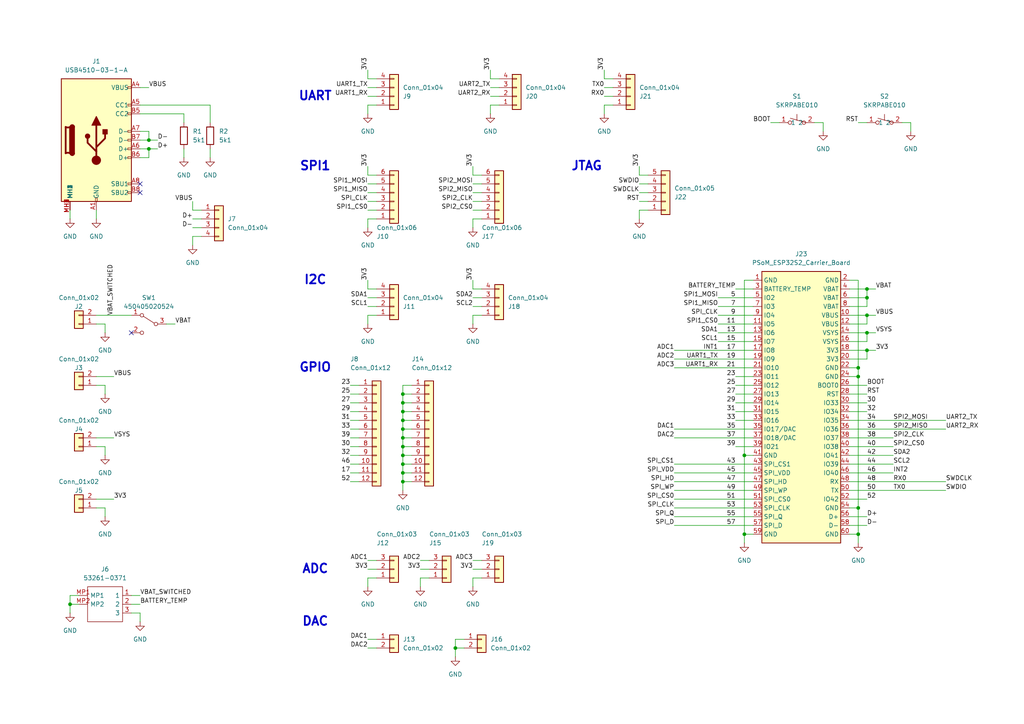
<source format=kicad_sch>
(kicad_sch (version 20250114) (generator "eeschema") (generator_version "9.0")
  (paper "A4")
  (lib_symbols
    (symbol "Component_lib:450405020524" (pin_names (offset 0) (hide yes))
      (property "Reference" "SW" (at 2.54 10.16 0))
      (property "Value" "450405020524" (at 2.54 7.62 0))
      (symbol "450405020524_1_1"
        (pin passive line (at 0 0 0) (length 2.54) (name "B") (number "3"))
        (pin passive line (at 10.16 2.54 180) (length 2.54) (name "A") (number "1"))
        (pin passive line (at 10.16 -2.54 180) (length 2.54) (name "C") (number "2"))
      )
    )
    (symbol "Component_lib:53261-0371" (pin_names (offset 0.762))
      (property "Reference" "J" (at 2.54 7.62 0))
      (property "Value" "53261-0371" (at 2.54 5.08 0))
      (symbol "53261-0371_0_0"
        (pin passive line (at 0 0 0) (length 2.54) (name "MP1") (number "MP1"))
        (pin passive line (at 0 -2.54 0) (length 2.54) (name "MP2") (number "MP2"))
        (pin passive line (at 15.24 0 180) (length 2.54) (name "1") (number "1"))
        (pin passive line (at 15.24 -2.54 180) (length 2.54) (name "2") (number "2"))
        (pin passive line (at 15.24 -5.08 180) (length 2.54) (name "3") (number "3"))
      )
    )
    (symbol "Component_lib:PSoM_ESP32S2_Carrier_Board"
      (property "Reference" "J" (at 2.54 7.62 0))
      (property "Value" "PSoM_ESP32S2_Carrier_Board" (at 2.54 5.08 0))
      (symbol "PSoM_ESP32S2_Carrier_Board_1_1"
        (pin passive line (at 0 0 0) (length 2.54) (name "GND") (number "1"))
        (pin passive line (at 0 -2.54 0) (length 2.54) (name "BATTERY_TEMP") (number "3"))
        (pin passive line (at 0 -5.08 0) (length 2.54) (name "IO2") (number "5"))
        (pin passive line (at 0 -7.62 0) (length 2.54) (name "IO3") (number "7"))
        (pin passive line (at 0 -10.16 0) (length 2.54) (name "IO4") (number "9"))
        (pin passive line (at 0 -12.7 0) (length 2.54) (name "IO5") (number "11"))
        (pin passive line (at 0 -15.24 0) (length 2.54) (name "IO6") (number "13"))
        (pin passive line (at 0 -17.78 0) (length 2.54) (name "IO7") (number "15"))
        (pin passive line (at 0 -20.32 0) (length 2.54) (name "IO8") (number "17"))
        (pin passive line (at 0 -22.86 0) (length 2.54) (name "IO9") (number "19"))
        (pin passive line (at 0 -25.4 0) (length 2.54) (name "IO10") (number "21"))
        (pin passive line (at 0 -27.94 0) (length 2.54) (name "IO11") (number "23"))
        (pin passive line (at 0 -30.48 0) (length 2.54) (name "IO12") (number "25"))
        (pin passive line (at 0 -33.02 0) (length 2.54) (name "IO13") (number "27"))
        (pin passive line (at 0 -35.56 0) (length 2.54) (name "IO14") (number "29"))
        (pin passive line (at 0 -38.1 0) (length 2.54) (name "IO15") (number "31"))
        (pin passive line (at 0 -40.64 0) (length 2.54) (name "IO16") (number "33"))
        (pin passive line (at 0 -43.18 0) (length 2.54) (name "IO17/DAC") (number "35"))
        (pin passive line (at 0 -45.72 0) (length 2.54) (name "IO18/DAC") (number "37"))
        (pin passive line (at 0 -48.26 0) (length 2.54) (name "IO21") (number "39"))
        (pin passive line (at 0 -50.8 0) (length 2.54) (name "GND") (number "41"))
        (pin passive line (at 0 -53.34 0) (length 2.54) (name "SPI_CS1") (number "43"))
        (pin passive line (at 0 -55.88 0) (length 2.54) (name "SPI_VDD") (number "45"))
        (pin passive line (at 0 -58.42 0) (length 2.54) (name "SPI_HD") (number "47"))
        (pin passive line (at 0 -60.96 0) (length 2.54) (name "SPI_WP") (number "49"))
        (pin passive line (at 0 -63.5 0) (length 2.54) (name "SPI_CS0") (number "51"))
        (pin passive line (at 0 -66.04 0) (length 2.54) (name "SPI_CLK") (number "53"))
        (pin passive line (at 0 -68.58 0) (length 2.54) (name "SPI_Q") (number "55"))
        (pin passive line (at 0 -71.12 0) (length 2.54) (name "SPI_D") (number "57"))
        (pin passive line (at 0 -73.66 0) (length 2.54) (name "GND") (number "59"))
        (pin passive line (at 27.94 0 180) (length 2.54) (name "GND") (number "2"))
        (pin passive line (at 27.94 -2.54 180) (length 2.54) (name "VBAT") (number "4"))
        (pin passive line (at 27.94 -5.08 180) (length 2.54) (name "VBAT") (number "6"))
        (pin passive line (at 27.94 -7.62 180) (length 2.54) (name "VBAT") (number "8"))
        (pin passive line (at 27.94 -10.16 180) (length 2.54) (name "VBUS") (number "10"))
        (pin passive line (at 27.94 -12.7 180) (length 2.54) (name "VBUS") (number "12"))
        (pin passive line (at 27.94 -15.24 180) (length 2.54) (name "VSYS") (number "14"))
        (pin passive line (at 27.94 -17.78 180) (length 2.54) (name "VSYS") (number "16"))
        (pin passive line (at 27.94 -20.32 180) (length 2.54) (name "3V3") (number "18"))
        (pin passive line (at 27.94 -22.86 180) (length 2.54) (name "3V3") (number "20"))
        (pin passive line (at 27.94 -25.4 180) (length 2.54) (name "GND") (number "22"))
        (pin passive line (at 27.94 -27.94 180) (length 2.54) (name "GND") (number "24"))
        (pin passive line (at 27.94 -30.48 180) (length 2.54) (name "BOOT0") (number "26"))
        (pin passive line (at 27.94 -33.02 180) (length 2.54) (name "RST") (number "28"))
        (pin passive line (at 27.94 -35.56 180) (length 2.54) (name "IO33") (number "30"))
        (pin passive line (at 27.94 -38.1 180) (length 2.54) (name "IO34") (number "32"))
        (pin passive line (at 27.94 -40.64 180) (length 2.54) (name "IO35") (number "34"))
        (pin passive line (at 27.94 -43.18 180) (length 2.54) (name "IO36") (number "36"))
        (pin passive line (at 27.94 -45.72 180) (length 2.54) (name "IO37") (number "38"))
        (pin passive line (at 27.94 -48.26 180) (length 2.54) (name "IO38") (number "40"))
        (pin passive line (at 27.94 -50.8 180) (length 2.54) (name "IO41") (number "42"))
        (pin passive line (at 27.94 -53.34 180) (length 2.54) (name "IO39") (number "44"))
        (pin passive line (at 27.94 -55.88 180) (length 2.54) (name "IO40") (number "46"))
        (pin passive line (at 27.94 -58.42 180) (length 2.54) (name "RX") (number "48"))
        (pin passive line (at 27.94 -60.96 180) (length 2.54) (name "TX") (number "50"))
        (pin passive line (at 27.94 -63.5 180) (length 2.54) (name "IO42") (number "52"))
        (pin passive line (at 27.94 -66.04 180) (length 2.54) (name "GND") (number "54"))
        (pin passive line (at 27.94 -68.58 180) (length 2.54) (name "D+") (number "56"))
        (pin passive line (at 27.94 -71.12 180) (length 2.54) (name "D-") (number "58"))
        (pin passive line (at 27.94 -73.66 180) (length 2.54) (name "GND") (number "60"))
      )
    )
    (symbol "Component_lib:R" (pin_numbers (hide yes)) (pin_names (offset 0))
      (property "Reference" "R" (at 2.032 -3.81 90))
      (property "Value" "R" (at 0 -3.81 90))
      (symbol "R_1_1"
        (pin passive line (at 0 0 270) (length 1.27) (name "~") (number "1"))
        (pin passive line (at 0 -7.62 90) (length 1.27) (name "~") (number "2"))
      )
    )
    (symbol "Component_lib:SKRPABE010" (pin_names (offset 0.762))
      (property "Reference" "S" (at 0 7.62 0))
      (property "Value" "SKRPABE010" (at 0 5.08 0))
      (symbol "SKRPABE010_0_1"
        (pin passive line (at 0 0 0) (length 2.54) (name "1") (number "1"))
        (pin passive line (at 10.16 0 180) (length 2.54) (name "2") (number "2"))
      )
    )
    (symbol "Component_lib:USB4510-03-1-A" (pin_names (offset 0.762))
      (property "Reference" "J" (at 0 5.08 0))
      (property "Value" "USB4510-03-1-A" (at 0 2.54 0))
      (symbol "USB4510-03-1-A_0_0"
        (pin passive line (at 2.54 -38.1 90) (length 2.54) (name "MH1") (number "MH1"))
        (pin passive line (at 2.54 -38.1 90) (length 2.54) (name "MH2") (number "MH2"))
        (pin passive line (at 2.54 -38.1 90) (length 2.54) (name "MH3") (number "MH3"))
        (pin passive line (at 2.54 -38.1 90) (length 2.54) (name "MH4") (number "MH4"))
      )
      (symbol "USB4510-03-1-A_1_1"
        (pin passive line (at 10.16 -38.1 90) (length 2.54) (name "GND") (number "A1"))
        (pin passive line (at 10.16 -38.1 90) (length 2.54) (hide yes) (name "GND") (number "A12"))
        (pin passive line (at 10.16 -38.1 90) (length 2.54) (hide yes) (name "GND") (number "B1"))
        (pin passive line (at 10.16 -38.1 90) (length 2.54) (hide yes) (name "GND") (number "B12"))
        (pin passive line (at 22.86 -2.54 180) (length 2.54) (name "VBUS") (number "A4"))
        (pin passive line (at 22.86 -2.54 180) (length 2.54) (hide yes) (name "VBUS") (number "A9"))
        (pin passive line (at 22.86 -2.54 180) (length 2.54) (hide yes) (name "VBUS") (number "B4"))
        (pin passive line (at 22.86 -2.54 180) (length 2.54) (hide yes) (name "VBUS") (number "B9"))
        (pin bidirectional line (at 22.86 -7.62 180) (length 2.54) (name "CC1") (number "A5"))
        (pin bidirectional line (at 22.86 -10.16 180) (length 2.54) (name "CC2") (number "B5"))
        (pin bidirectional line (at 22.86 -15.24 180) (length 2.54) (name "D-") (number "A7"))
        (pin bidirectional line (at 22.86 -17.78 180) (length 2.54) (name "D-") (number "B7"))
        (pin bidirectional line (at 22.86 -20.32 180) (length 2.54) (name "D+") (number "A6"))
        (pin bidirectional line (at 22.86 -22.86 180) (length 2.54) (name "D+") (number "B6"))
        (pin bidirectional line (at 22.86 -30.48 180) (length 2.54) (name "SBU1") (number "A8"))
        (pin bidirectional line (at 22.86 -33.02 180) (length 2.54) (name "SBU2") (number "B8"))
      )
    )
    (symbol "Connector_Generic:Conn_01x02" (pin_names (offset 1.016) (hide yes))
      (property "Reference" "J" (at 0 2.54 0))
      (property "Value" "Conn_01x02" (at 0 -5.08 0))
      (symbol "Conn_01x02_1_1"
        (pin passive line (at -5.08 0 0) (length 3.81) (name "Pin_1") (number "1"))
        (pin passive line (at -5.08 -2.54 0) (length 3.81) (name "Pin_2") (number "2"))
      )
    )
    (symbol "Connector_Generic:Conn_01x03" (pin_names (offset 1.016) (hide yes))
      (property "Reference" "J" (at 0 5.08 0))
      (property "Value" "Conn_01x03" (at 0 -5.08 0))
      (symbol "Conn_01x03_1_1"
        (pin passive line (at -5.08 2.54 0) (length 3.81) (name "Pin_1") (number "1"))
        (pin passive line (at -5.08 0 0) (length 3.81) (name "Pin_2") (number "2"))
        (pin passive line (at -5.08 -2.54 0) (length 3.81) (name "Pin_3") (number "3"))
      )
    )
    (symbol "Connector_Generic:Conn_01x04" (pin_names (offset 1.016) (hide yes))
      (property "Reference" "J" (at 0 5.08 0))
      (property "Value" "Conn_01x04" (at 0 -7.62 0))
      (symbol "Conn_01x04_1_1"
        (pin passive line (at -5.08 2.54 0) (length 3.81) (name "Pin_1") (number "1"))
        (pin passive line (at -5.08 0 0) (length 3.81) (name "Pin_2") (number "2"))
        (pin passive line (at -5.08 -2.54 0) (length 3.81) (name "Pin_3") (number "3"))
        (pin passive line (at -5.08 -5.08 0) (length 3.81) (name "Pin_4") (number "4"))
      )
    )
    (symbol "Connector_Generic:Conn_01x05" (pin_names (offset 1.016) (hide yes))
      (property "Reference" "J" (at 0 7.62 0))
      (property "Value" "Conn_01x05" (at 0 -7.62 0))
      (symbol "Conn_01x05_1_1"
        (pin passive line (at -5.08 5.08 0) (length 3.81) (name "Pin_1") (number "1"))
        (pin passive line (at -5.08 2.54 0) (length 3.81) (name "Pin_2") (number "2"))
        (pin passive line (at -5.08 0 0) (length 3.81) (name "Pin_3") (number "3"))
        (pin passive line (at -5.08 -2.54 0) (length 3.81) (name "Pin_4") (number "4"))
        (pin passive line (at -5.08 -5.08 0) (length 3.81) (name "Pin_5") (number "5"))
      )
    )
    (symbol "Connector_Generic:Conn_01x06" (pin_names (offset 1.016) (hide yes))
      (property "Reference" "J" (at 0 7.62 0))
      (property "Value" "Conn_01x06" (at 0 -10.16 0))
      (symbol "Conn_01x06_1_1"
        (pin passive line (at -5.08 5.08 0) (length 3.81) (name "Pin_1") (number "1"))
        (pin passive line (at -5.08 2.54 0) (length 3.81) (name "Pin_2") (number "2"))
        (pin passive line (at -5.08 0 0) (length 3.81) (name "Pin_3") (number "3"))
        (pin passive line (at -5.08 -2.54 0) (length 3.81) (name "Pin_4") (number "4"))
        (pin passive line (at -5.08 -5.08 0) (length 3.81) (name "Pin_5") (number "5"))
        (pin passive line (at -5.08 -7.62 0) (length 3.81) (name "Pin_6") (number "6"))
      )
    )
    (symbol "Connector_Generic:Conn_01x12" (pin_names (offset 1.016) (hide yes))
      (property "Reference" "J" (at 0 15.24 0))
      (property "Value" "Conn_01x12" (at 0 -17.78 0))
      (symbol "Conn_01x12_1_1"
        (pin passive line (at -5.08 12.7 0) (length 3.81) (name "Pin_1") (number "1"))
        (pin passive line (at -5.08 10.16 0) (length 3.81) (name "Pin_2") (number "2"))
        (pin passive line (at -5.08 7.62 0) (length 3.81) (name "Pin_3") (number "3"))
        (pin passive line (at -5.08 5.08 0) (length 3.81) (name "Pin_4") (number "4"))
        (pin passive line (at -5.08 2.54 0) (length 3.81) (name "Pin_5") (number "5"))
        (pin passive line (at -5.08 0 0) (length 3.81) (name "Pin_6") (number "6"))
        (pin passive line (at -5.08 -2.54 0) (length 3.81) (name "Pin_7") (number "7"))
        (pin passive line (at -5.08 -5.08 0) (length 3.81) (name "Pin_8") (number "8"))
        (pin passive line (at -5.08 -7.62 0) (length 3.81) (name "Pin_9") (number "9"))
        (pin passive line (at -5.08 -10.16 0) (length 3.81) (name "Pin_10") (number "10"))
        (pin passive line (at -5.08 -12.7 0) (length 3.81) (name "Pin_11") (number "11"))
        (pin passive line (at -5.08 -15.24 0) (length 3.81) (name "Pin_12") (number "12"))
      )
    )
    (symbol "power:GND" (power) (pin_numbers (hide yes)) (pin_names (offset 0) (hide yes))
      (property "Value" "GND" (at 0 -3.81 0))
      (symbol "GND_1_1"
        (pin power_in line (at 0 0 270) (length 0) (name "~") (number "1"))
      )
    )
  )
  (text "ADC" (at 91.44 165.1 0) (effects (font (size 2.54 2.54) (thickness 0.508) (bold yes))))
  (text "DAC" (at 91.44 180.34 0) (effects (font (size 2.54 2.54) (thickness 0.508) (bold yes))))
  (text "I2C" (at 91.44 81.28 0) (effects (font (size 2.54 2.54) (thickness 0.508) (bold yes))))
  (text "JTAG" (at 170.18 48.26 0) (effects (font (size 2.54 2.54) (thickness 0.508) (bold yes))))
  (text "SPI1" (at 91.44 48.26 0) (effects (font (size 2.54 2.54) (thickness 0.508) (bold yes))))
  (text "GPIO" (at 91.44 106.68 0) (effects (font (size 2.54 2.54) (thickness 0.508) (bold yes))))
  (text "UART" (at 91.44 27.94 0) (effects (font (size 2.54 2.54) (thickness 0.508) (bold yes))))
  (junction (at 116.84 137.16))
  (junction (at 215.9 132.08))
  (junction (at 251.46 96.52))
  (junction (at 251.46 91.44))
  (junction (at 116.84 127))
  (junction (at 248.92 109.22))
  (junction (at 251.46 83.82))
  (junction (at 116.84 124.46))
  (junction (at 116.84 139.7))
  (junction (at 20.32 175.26))
  (junction (at 215.9 154.94))
  (junction (at 116.84 129.54))
  (junction (at 248.92 106.68))
  (junction (at 43.18 43.18))
  (junction (at 116.84 114.3))
  (junction (at 248.92 154.94))
  (junction (at 116.84 119.38))
  (junction (at 251.46 86.36))
  (junction (at 132.08 187.96))
  (junction (at 43.18 40.64))
  (junction (at 251.46 101.6))
  (junction (at 116.84 134.62))
  (junction (at 116.84 116.84))
  (junction (at 116.84 132.08))
  (junction (at 248.92 147.32))
  (junction (at 116.84 121.92))
  (no_connect (at 40.64 55.88))
  (no_connect (at 38.1 96.52))
  (no_connect (at 40.64 53.34))
  (wire (pts (xy 246.38 144.78) (xy 251.46 144.78)))
  (wire (pts (xy 116.84 114.3) (xy 116.84 111.76)))
  (wire (pts (xy 106.68 91.44) (xy 109.22 91.44)))
  (wire (pts (xy 246.38 81.28) (xy 248.92 81.28)))
  (wire (pts (xy 195.58 139.7) (xy 218.44 139.7)))
  (wire (pts (xy 53.34 33.02) (xy 40.64 33.02)))
  (wire (pts (xy 215.9 132.08) (xy 215.9 154.94)))
  (wire (pts (xy 40.64 25.4) (xy 43.18 25.4)))
  (wire (pts (xy 246.38 134.62) (xy 259.08 134.62)))
  (wire (pts (xy 137.16 86.36) (xy 139.7 86.36)))
  (wire (pts (xy 104.14 114.3) (xy 101.6 114.3)))
  (wire (pts (xy 142.24 27.94) (xy 144.78 27.94)))
  (wire (pts (xy 208.28 96.52) (xy 218.44 96.52)))
  (wire (pts (xy 238.76 35.56) (xy 236.22 35.56)))
  (wire (pts (xy 185.42 53.34) (xy 187.96 53.34)))
  (wire (pts (xy 40.64 43.18) (xy 43.18 43.18)))
  (wire (pts (xy 142.24 33.02) (xy 142.24 30.48)))
  (wire (pts (xy 132.08 187.96) (xy 134.62 187.96)))
  (wire (pts (xy 60.96 43.18) (xy 60.96 45.72)))
  (wire (pts (xy 60.96 30.48) (xy 60.96 35.56)))
  (wire (pts (xy 137.16 53.34) (xy 139.7 53.34)))
  (wire (pts (xy 104.14 139.7) (xy 101.6 139.7)))
  (wire (pts (xy 22.86 175.26) (xy 20.32 175.26)))
  (wire (pts (xy 251.46 83.82) (xy 254 83.82)))
  (wire (pts (xy 137.16 55.88) (xy 139.7 55.88)))
  (wire (pts (xy 246.38 121.92) (xy 274.32 121.92)))
  (wire (pts (xy 27.94 144.78) (xy 33.02 144.78)))
  (wire (pts (xy 27.94 147.32) (xy 30.48 147.32)))
  (wire (pts (xy 195.58 124.46) (xy 218.44 124.46)))
  (wire (pts (xy 116.84 111.76) (xy 119.38 111.76)))
  (wire (pts (xy 195.58 152.4) (xy 218.44 152.4)))
  (wire (pts (xy 208.28 88.9) (xy 218.44 88.9)))
  (wire (pts (xy 195.58 101.6) (xy 218.44 101.6)))
  (wire (pts (xy 106.68 30.48) (xy 109.22 30.48)))
  (wire (pts (xy 246.38 139.7) (xy 274.32 139.7)))
  (wire (pts (xy 104.14 137.16) (xy 101.6 137.16)))
  (wire (pts (xy 106.68 50.8) (xy 109.22 50.8)))
  (wire (pts (xy 137.16 66.04) (xy 137.16 63.5)))
  (wire (pts (xy 137.16 60.96) (xy 139.7 60.96)))
  (wire (pts (xy 43.18 45.72) (xy 43.18 43.18)))
  (wire (pts (xy 246.38 88.9) (xy 251.46 88.9)))
  (wire (pts (xy 106.68 48.26) (xy 106.68 50.8)))
  (wire (pts (xy 121.92 165.1) (xy 124.46 165.1)))
  (wire (pts (xy 248.92 154.94) (xy 248.92 157.48)))
  (wire (pts (xy 43.18 43.18) (xy 45.72 43.18)))
  (wire (pts (xy 142.24 20.32) (xy 142.24 22.86)))
  (wire (pts (xy 195.58 106.68) (xy 218.44 106.68)))
  (wire (pts (xy 43.18 40.64) (xy 45.72 40.64)))
  (wire (pts (xy 248.92 147.32) (xy 248.92 154.94)))
  (wire (pts (xy 106.68 88.9) (xy 109.22 88.9)))
  (wire (pts (xy 106.68 66.04) (xy 106.68 63.5)))
  (wire (pts (xy 55.88 66.04) (xy 58.42 66.04)))
  (wire (pts (xy 246.38 86.36) (xy 251.46 86.36)))
  (wire (pts (xy 213.36 109.22) (xy 218.44 109.22)))
  (wire (pts (xy 248.92 81.28) (xy 248.92 106.68)))
  (wire (pts (xy 195.58 127) (xy 218.44 127)))
  (wire (pts (xy 246.38 83.82) (xy 251.46 83.82)))
  (wire (pts (xy 195.58 134.62) (xy 218.44 134.62)))
  (wire (pts (xy 246.38 91.44) (xy 251.46 91.44)))
  (wire (pts (xy 246.38 129.54) (xy 259.08 129.54)))
  (wire (pts (xy 139.7 167.64) (xy 137.16 167.64)))
  (wire (pts (xy 116.84 114.3) (xy 119.38 114.3)))
  (wire (pts (xy 246.38 109.22) (xy 248.92 109.22)))
  (wire (pts (xy 106.68 27.94) (xy 109.22 27.94)))
  (wire (pts (xy 246.38 99.06) (xy 251.46 99.06)))
  (wire (pts (xy 246.38 137.16) (xy 259.08 137.16)))
  (wire (pts (xy 185.42 50.8) (xy 187.96 50.8)))
  (wire (pts (xy 116.84 134.62) (xy 119.38 134.62)))
  (wire (pts (xy 175.26 33.02) (xy 175.26 30.48)))
  (wire (pts (xy 261.62 35.56) (xy 264.16 35.56)))
  (wire (pts (xy 106.68 165.1) (xy 109.22 165.1)))
  (wire (pts (xy 27.94 127) (xy 33.02 127)))
  (wire (pts (xy 106.68 25.4) (xy 109.22 25.4)))
  (wire (pts (xy 106.68 93.98) (xy 106.68 91.44)))
  (wire (pts (xy 248.92 35.56) (xy 251.46 35.56)))
  (wire (pts (xy 30.48 129.54) (xy 30.48 132.08)))
  (wire (pts (xy 104.14 124.46) (xy 101.6 124.46)))
  (wire (pts (xy 40.64 45.72) (xy 43.18 45.72)))
  (wire (pts (xy 53.34 35.56) (xy 53.34 33.02)))
  (wire (pts (xy 104.14 132.08) (xy 101.6 132.08)))
  (wire (pts (xy 109.22 83.82) (xy 106.68 83.82)))
  (wire (pts (xy 40.64 38.1) (xy 43.18 38.1)))
  (wire (pts (xy 251.46 86.36) (xy 251.46 83.82)))
  (wire (pts (xy 175.26 30.48) (xy 177.8 30.48)))
  (wire (pts (xy 38.1 172.72) (xy 40.64 172.72)))
  (wire (pts (xy 185.42 60.96) (xy 185.42 63.5)))
  (wire (pts (xy 116.84 121.92) (xy 116.84 119.38)))
  (wire (pts (xy 30.48 93.98) (xy 30.48 96.52)))
  (wire (pts (xy 109.22 187.96) (xy 106.68 187.96)))
  (wire (pts (xy 142.24 25.4) (xy 144.78 25.4)))
  (wire (pts (xy 22.86 172.72) (xy 20.32 172.72)))
  (wire (pts (xy 185.42 60.96) (xy 187.96 60.96)))
  (wire (pts (xy 55.88 63.5) (xy 58.42 63.5)))
  (wire (pts (xy 104.14 127) (xy 101.6 127)))
  (wire (pts (xy 208.28 91.44) (xy 218.44 91.44)))
  (wire (pts (xy 213.36 116.84) (xy 218.44 116.84)))
  (wire (pts (xy 139.7 83.82) (xy 137.16 83.82)))
  (wire (pts (xy 106.68 167.64) (xy 109.22 167.64)))
  (wire (pts (xy 104.14 119.38) (xy 101.6 119.38)))
  (wire (pts (xy 104.14 116.84) (xy 101.6 116.84)))
  (wire (pts (xy 248.92 109.22) (xy 248.92 147.32)))
  (wire (pts (xy 246.38 96.52) (xy 251.46 96.52)))
  (wire (pts (xy 246.38 147.32) (xy 248.92 147.32)))
  (wire (pts (xy 137.16 48.26) (xy 137.16 50.8)))
  (wire (pts (xy 142.24 30.48) (xy 144.78 30.48)))
  (wire (pts (xy 246.38 152.4) (xy 251.46 152.4)))
  (wire (pts (xy 137.16 165.1) (xy 139.7 165.1)))
  (wire (pts (xy 264.16 35.56) (xy 264.16 38.1)))
  (wire (pts (xy 104.14 111.76) (xy 101.6 111.76)))
  (wire (pts (xy 215.9 154.94) (xy 215.9 157.48)))
  (wire (pts (xy 116.84 119.38) (xy 116.84 116.84)))
  (wire (pts (xy 27.94 111.76) (xy 30.48 111.76)))
  (wire (pts (xy 246.38 154.94) (xy 248.92 154.94)))
  (wire (pts (xy 40.64 30.48) (xy 60.96 30.48)))
  (wire (pts (xy 106.68 162.56) (xy 109.22 162.56)))
  (wire (pts (xy 106.68 58.42) (xy 109.22 58.42)))
  (wire (pts (xy 246.38 142.24) (xy 274.32 142.24)))
  (wire (pts (xy 137.16 50.8) (xy 139.7 50.8)))
  (wire (pts (xy 218.44 81.28) (xy 215.9 81.28)))
  (wire (pts (xy 246.38 114.3) (xy 251.46 114.3)))
  (wire (pts (xy 20.32 175.26) (xy 20.32 177.8)))
  (wire (pts (xy 213.36 114.3) (xy 218.44 114.3)))
  (wire (pts (xy 116.84 134.62) (xy 116.84 132.08)))
  (wire (pts (xy 208.28 93.98) (xy 218.44 93.98)))
  (wire (pts (xy 137.16 58.42) (xy 139.7 58.42)))
  (wire (pts (xy 246.38 106.68) (xy 248.92 106.68)))
  (wire (pts (xy 106.68 22.86) (xy 109.22 22.86)))
  (wire (pts (xy 246.38 111.76) (xy 251.46 111.76)))
  (wire (pts (xy 195.58 147.32) (xy 218.44 147.32)))
  (wire (pts (xy 137.16 88.9) (xy 139.7 88.9)))
  (wire (pts (xy 121.92 167.64) (xy 121.92 170.18)))
  (wire (pts (xy 124.46 167.64) (xy 121.92 167.64)))
  (wire (pts (xy 137.16 93.98) (xy 137.16 91.44)))
  (wire (pts (xy 106.68 55.88) (xy 109.22 55.88)))
  (wire (pts (xy 251.46 101.6) (xy 254 101.6)))
  (wire (pts (xy 195.58 104.14) (xy 218.44 104.14)))
  (wire (pts (xy 104.14 134.62) (xy 101.6 134.62)))
  (wire (pts (xy 137.16 91.44) (xy 139.7 91.44)))
  (wire (pts (xy 195.58 142.24) (xy 218.44 142.24)))
  (wire (pts (xy 251.46 101.6) (xy 251.46 104.14)))
  (wire (pts (xy 213.36 119.38) (xy 218.44 119.38)))
  (wire (pts (xy 175.26 20.32) (xy 175.26 22.86)))
  (wire (pts (xy 48.26 93.98) (xy 50.8 93.98)))
  (wire (pts (xy 213.36 121.92) (xy 218.44 121.92)))
  (wire (pts (xy 246.38 124.46) (xy 274.32 124.46)))
  (wire (pts (xy 27.94 60.96) (xy 27.94 63.5)))
  (wire (pts (xy 137.16 83.82) (xy 137.16 81.28)))
  (wire (pts (xy 215.9 154.94) (xy 218.44 154.94)))
  (wire (pts (xy 175.26 22.86) (xy 177.8 22.86)))
  (wire (pts (xy 116.84 139.7) (xy 119.38 139.7)))
  (wire (pts (xy 251.46 99.06) (xy 251.46 96.52)))
  (wire (pts (xy 106.68 20.32) (xy 106.68 22.86)))
  (wire (pts (xy 121.92 162.56) (xy 124.46 162.56)))
  (wire (pts (xy 38.1 175.26) (xy 40.64 175.26)))
  (wire (pts (xy 40.64 177.8) (xy 40.64 180.34)))
  (wire (pts (xy 251.46 88.9) (xy 251.46 86.36)))
  (wire (pts (xy 251.46 91.44) (xy 254 91.44)))
  (wire (pts (xy 27.94 109.22) (xy 33.02 109.22)))
  (wire (pts (xy 116.84 132.08) (xy 119.38 132.08)))
  (wire (pts (xy 106.68 86.36) (xy 109.22 86.36)))
  (wire (pts (xy 251.46 93.98) (xy 251.46 91.44)))
  (wire (pts (xy 55.88 68.58) (xy 58.42 68.58)))
  (wire (pts (xy 104.14 121.92) (xy 101.6 121.92)))
  (wire (pts (xy 175.26 25.4) (xy 177.8 25.4)))
  (wire (pts (xy 215.9 81.28) (xy 215.9 132.08)))
  (wire (pts (xy 238.76 38.1) (xy 238.76 35.56)))
  (wire (pts (xy 27.94 129.54) (xy 30.48 129.54)))
  (wire (pts (xy 55.88 71.12) (xy 55.88 68.58)))
  (wire (pts (xy 109.22 185.42) (xy 106.68 185.42)))
  (wire (pts (xy 246.38 93.98) (xy 251.46 93.98)))
  (wire (pts (xy 175.26 27.94) (xy 177.8 27.94)))
  (wire (pts (xy 116.84 137.16) (xy 119.38 137.16)))
  (wire (pts (xy 116.84 132.08) (xy 116.84 129.54)))
  (wire (pts (xy 116.84 127) (xy 119.38 127)))
  (wire (pts (xy 137.16 162.56) (xy 139.7 162.56)))
  (wire (pts (xy 208.28 86.36) (xy 218.44 86.36)))
  (wire (pts (xy 106.68 167.64) (xy 106.68 170.18)))
  (wire (pts (xy 137.16 167.64) (xy 137.16 170.18)))
  (wire (pts (xy 116.84 119.38) (xy 119.38 119.38)))
  (wire (pts (xy 195.58 149.86) (xy 218.44 149.86)))
  (wire (pts (xy 213.36 111.76) (xy 218.44 111.76)))
  (wire (pts (xy 106.68 63.5) (xy 109.22 63.5)))
  (wire (pts (xy 185.42 55.88) (xy 187.96 55.88)))
  (wire (pts (xy 116.84 137.16) (xy 116.84 134.62)))
  (wire (pts (xy 116.84 124.46) (xy 119.38 124.46)))
  (wire (pts (xy 30.48 93.98) (xy 27.94 93.98)))
  (wire (pts (xy 53.34 43.18) (xy 53.34 45.72)))
  (wire (pts (xy 215.9 132.08) (xy 218.44 132.08)))
  (wire (pts (xy 246.38 132.08) (xy 259.08 132.08)))
  (wire (pts (xy 213.36 129.54) (xy 218.44 129.54)))
  (wire (pts (xy 106.68 60.96) (xy 109.22 60.96)))
  (wire (pts (xy 132.08 190.5) (xy 132.08 187.96)))
  (wire (pts (xy 251.46 96.52) (xy 254 96.52)))
  (wire (pts (xy 116.84 116.84) (xy 119.38 116.84)))
  (wire (pts (xy 223.52 35.56) (xy 226.06 35.56)))
  (wire (pts (xy 116.84 129.54) (xy 119.38 129.54)))
  (wire (pts (xy 30.48 111.76) (xy 30.48 114.3)))
  (wire (pts (xy 185.42 48.26) (xy 185.42 50.8)))
  (wire (pts (xy 20.32 60.96) (xy 20.32 63.5)))
  (wire (pts (xy 142.24 22.86) (xy 144.78 22.86)))
  (wire (pts (xy 246.38 119.38) (xy 251.46 119.38)))
  (wire (pts (xy 106.68 33.02) (xy 106.68 30.48)))
  (wire (pts (xy 58.42 60.96) (xy 55.88 60.96)))
  (wire (pts (xy 246.38 101.6) (xy 251.46 101.6)))
  (wire (pts (xy 116.84 139.7) (xy 116.84 137.16)))
  (wire (pts (xy 246.38 104.14) (xy 251.46 104.14)))
  (wire (pts (xy 132.08 187.96) (xy 132.08 185.42)))
  (wire (pts (xy 246.38 149.86) (xy 251.46 149.86)))
  (wire (pts (xy 137.16 63.5) (xy 139.7 63.5)))
  (wire (pts (xy 20.32 172.72) (xy 20.32 175.26)))
  (wire (pts (xy 106.68 53.34) (xy 109.22 53.34)))
  (wire (pts (xy 132.08 185.42) (xy 134.62 185.42)))
  (wire (pts (xy 43.18 38.1) (xy 43.18 40.64)))
  (wire (pts (xy 213.36 83.82) (xy 218.44 83.82)))
  (wire (pts (xy 27.94 91.44) (xy 38.1 91.44)))
  (wire (pts (xy 116.84 116.84) (xy 116.84 114.3)))
  (wire (pts (xy 116.84 129.54) (xy 116.84 127)))
  (wire (pts (xy 40.64 40.64) (xy 43.18 40.64)))
  (wire (pts (xy 106.68 83.82) (xy 106.68 81.28)))
  (wire (pts (xy 116.84 127) (xy 116.84 124.46)))
  (wire (pts (xy 104.14 129.54) (xy 101.6 129.54)))
  (wire (pts (xy 185.42 58.42) (xy 187.96 58.42)))
  (wire (pts (xy 55.88 60.96) (xy 55.88 58.42)))
  (wire (pts (xy 246.38 116.84) (xy 251.46 116.84)))
  (wire (pts (xy 116.84 142.24) (xy 116.84 139.7)))
  (wire (pts (xy 30.48 147.32) (xy 30.48 149.86)))
  (wire (pts (xy 208.28 99.06) (xy 218.44 99.06)))
  (wire (pts (xy 116.84 121.92) (xy 119.38 121.92)))
  (wire (pts (xy 195.58 144.78) (xy 218.44 144.78)))
  (wire (pts (xy 246.38 127) (xy 259.08 127)))
  (wire (pts (xy 116.84 124.46) (xy 116.84 121.92)))
  (wire (pts (xy 38.1 177.8) (xy 40.64 177.8)))
  (wire (pts (xy 195.58 137.16) (xy 218.44 137.16)))
  (wire (pts (xy 248.92 106.68) (xy 248.92 109.22)))
  (label "UART2_RX" (at 274.32 124.46 0))
  (label "SWDIO" (at 185.42 53.34 180))
  (label "52" (at 251.46 144.78 0))
  (label "44" (at 251.46 134.62 0))
  (label "UART1_TX" (at 106.68 25.4 180))
  (label "32" (at 101.6 132.08 180))
  (label "BATTERY_TEMP" (at 40.64 175.26 0))
  (label "ADC2" (at 121.92 162.56 180))
  (label "RST" (at 251.46 114.3 0))
  (label "SPI2_CLK" (at 259.08 127 0))
  (label "52" (at 101.6 139.7 180))
  (label "RX0" (at 259.08 139.7 0))
  (label "23" (at 213.36 109.22 180))
  (label "RX0" (at 175.26 27.94 180))
  (label "29" (at 213.36 116.84 180))
  (label "D+" (at 55.88 63.5 180))
  (label "ADC2" (at 195.58 104.14 180))
  (label "SPI_D" (at 195.58 152.4 180))
  (label "35" (at 213.36 124.46 180))
  (label "3V3" (at 142.24 20.32 90))
  (label "3V3" (at 254 101.6 0))
  (label "SPI1_CS0" (at 106.68 60.96 180))
  (label "34" (at 251.46 121.92 0))
  (label "SCL1" (at 208.28 99.06 180))
  (label "29" (at 101.6 119.38 180))
  (label "D-" (at 45.72 40.64 0))
  (label "48" (at 251.46 139.7 0))
  (label "UART2_TX" (at 142.24 25.4 180))
  (label "SDA2" (at 137.16 86.36 180))
  (label "D-" (at 251.46 152.4 0))
  (label "46" (at 101.6 134.62 180))
  (label "SWDCLK" (at 274.32 139.7 0))
  (label "30" (at 251.46 116.84 0))
  (label "33" (at 213.36 121.92 180))
  (label "SPI_Q" (at 195.58 149.86 180))
  (label "33" (at 101.6 124.46 180))
  (label "57" (at 213.36 152.4 180))
  (label "SCL1" (at 106.68 88.9 180))
  (label "BOOT" (at 251.46 111.76 0))
  (label "53" (at 213.36 147.32 180))
  (label "50" (at 251.46 142.24 0))
  (label "47" (at 213.36 139.7 180))
  (label "ADC1" (at 106.68 162.56 180))
  (label "SCL2" (at 259.08 134.62 0))
  (label "9" (at 213.36 91.44 180))
  (label "DAC2" (at 195.58 127 180))
  (label "31" (at 101.6 121.92 180))
  (label "46" (at 251.46 137.16 0))
  (label "BOOT" (at 223.52 35.56 180))
  (label "3V3" (at 137.16 48.26 90))
  (label "VBUS" (at 254 91.44 0))
  (label "7" (at 213.36 88.9 180))
  (label "SPI2_MISO" (at 137.16 55.88 180))
  (label "17" (at 213.36 101.6 180))
  (label "UART2_RX" (at 142.24 27.94 180))
  (label "40" (at 251.46 129.54 0))
  (label "UART1_TX" (at 208.28 104.14 180))
  (label "SPI1_CS0" (at 208.28 93.98 180))
  (label "TX0" (at 259.08 142.24 0))
  (label "3V3" (at 121.92 165.1 180))
  (label "SCL2" (at 137.16 88.9 180))
  (label "VBAT" (at 50.8 93.98 0))
  (label "SPI2_MOSI" (at 259.08 121.92 0))
  (label "VBAT" (at 254 83.82 0))
  (label "38" (at 251.46 127 0))
  (label "UART2_TX" (at 274.32 121.92 0))
  (label "SPI_CLK" (at 208.28 91.44 180))
  (label "SPI2_MISO" (at 259.08 124.46 0))
  (label "D-" (at 55.88 66.04 180))
  (label "32" (at 251.46 119.38 0))
  (label "15" (at 213.36 99.06 180))
  (label "SPI1_MISO" (at 106.68 55.88 180))
  (label "42" (at 251.46 132.08 0))
  (label "VBUS" (at 43.18 25.4 0))
  (label "3V3" (at 137.16 165.1 180))
  (label "SWDIO" (at 274.32 142.24 0))
  (label "51" (at 213.36 144.78 180))
  (label "SPI_CS0" (at 195.58 144.78 180))
  (label "VSYS" (at 33.02 127 0))
  (label "DAC1" (at 195.58 124.46 180))
  (label "INT2" (at 259.08 137.16 0))
  (label "VBAT_SWITCHED" (at 40.64 172.72 0))
  (label "25" (at 101.6 114.3 180))
  (label "UART1_RX" (at 208.28 106.68 180))
  (label "3V3" (at 106.68 20.32 90))
  (label "SPI_HD" (at 195.58 139.7 180))
  (label "SDA1" (at 208.28 96.52 180))
  (label "11" (at 213.36 93.98 180))
  (label "UART1_RX" (at 106.68 27.94 180))
  (label "27" (at 101.6 116.84 180))
  (label "BATTERY_TEMP" (at 213.36 83.82 180))
  (label "45" (at 213.36 137.16 180))
  (label "17" (at 101.6 137.16 180))
  (label "SDA1" (at 106.68 86.36 180))
  (label "27" (at 213.36 114.3 180))
  (label "3V3" (at 106.68 165.1 180))
  (label "SPI_VDD" (at 195.58 137.16 180))
  (label "23" (at 101.6 111.76 180))
  (label "SPI1_MOSI" (at 208.28 86.36 180))
  (label "TX0" (at 175.26 25.4 180))
  (label "37" (at 213.36 127 180))
  (label "SPI_CLK" (at 106.68 58.42 180))
  (label "39" (at 101.6 127 180))
  (label "3V3" (at 106.68 48.26 90))
  (label "DAC2" (at 106.68 187.96 180))
  (label "3V3" (at 137.16 81.28 90))
  (label "VSYS" (at 254 96.52 0))
  (label "D+" (at 251.46 149.86 0))
  (label "RST" (at 185.42 58.42 180))
  (label "ADC3" (at 195.58 106.68 180))
  (label "D+" (at 45.72 43.18 0))
  (label "SPI2_CS0" (at 259.08 129.54 0))
  (label "3V3" (at 106.68 81.28 90))
  (label "13" (at 213.36 96.52 180))
  (label "ADC3" (at 137.16 162.56 180))
  (label "3V3" (at 33.02 144.78 0))
  (label "3V3" (at 175.26 20.32 90))
  (label "ADC1" (at 195.58 101.6 180))
  (label "31" (at 213.36 119.38 180))
  (label "43" (at 213.36 134.62 180))
  (label "25" (at 213.36 111.76 180))
  (label "VBAT_SWITCHED" (at 33.02 91.44 90))
  (label "36" (at 251.46 124.46 0))
  (label "3V3" (at 185.42 48.26 90))
  (label "SPI_CLK" (at 195.58 147.32 180))
  (label "30" (at 101.6 129.54 180))
  (label "49" (at 213.36 142.24 180))
  (label "19" (at 213.36 104.14 180))
  (label "SPI2_MOSI" (at 137.16 53.34 180))
  (label "VBUS" (at 55.88 58.42 180))
  (label "RST" (at 248.92 35.56 180))
  (label "39" (at 213.36 129.54 180))
  (label "SPI2_CLK" (at 137.16 58.42 180))
  (label "SDA2" (at 259.08 132.08 0))
  (label "DAC1" (at 106.68 185.42 180))
  (label "SPI1_MISO" (at 208.28 88.9 180))
  (label "55" (at 213.36 149.86 180))
  (label "SPI2_CS0" (at 137.16 60.96 180))
  (label "SPI_CS1" (at 195.58 134.62 180))
  (label "INT1" (at 208.28 101.6 180))
  (label "SPI1_MOSI" (at 106.68 53.34 180))
  (label "SWDCLK" (at 185.42 55.88 180))
  (label "SPI_WP" (at 195.58 142.24 180))
  (label "VBUS" (at 33.02 109.22 0))
  (label "5" (at 213.36 86.36 180))
  (label "21" (at 213.36 106.68 180))
  (symbol (lib_id "power:GND") (at 53.34 45.72 0) (unit 1)
    (property "Reference" "#PWR09" (effects (hide yes)))
    (property "Value" "GND" (at 53.34 50.8 0))
    (property "Description" "Power symbol creates a global label with name \"GND\" , ground" (effects (hide yes)))
  )
  (symbol (lib_id "power:GND") (at 175.26 33.02 0) (unit 1)
    (property "Reference" "#PWR021" (effects (hide yes)))
    (property "Value" "GND" (at 175.26 38.1 0))
    (property "Description" "Power symbol creates a global label with name \"GND\" , ground" (effects (hide yes)))
  )
  (symbol (lib_id "Component_lib:USB4510-03-1-A") (at 17.78 22.86 0) (unit 1)
    (property "Reference" "J1" (at 27.94 17.78 0))
    (property "Value" "USB4510-03-1-A" (at 27.94 20.32 0))
    (property "Footprint" "Component_lib:USB4510031A" (effects (hide yes)))
    (property "Datasheet" "https://gct.co/files/drawings/usb4510.pdf" (effects (hide yes)))
    (property "Description" "USB Connectors USB C Rec 16P 3u\" Mid Mnt 1.6mm O-set SMT L = 6.5mm S-Spring" (effects (hide yes)))
    (property "Height" "3.36" (effects (hide yes)))
    (property "Mouser Part Number" "640-USB4510031A" (effects (hide yes)))
    (property "Mouser Price/Stock" "https://www.mouser.co.uk/ProductDetail/GCT/USB4510-03-1-A?qs=7D1LtPJG0i3iod3O3OZ7LA%3D%3D" (effects (hide yes)))
    (property "Manufacturer_Name" "GCT (GLOBAL CONNECTOR TECHNOLOGY)" (effects (hide yes)))
    (property "Manufacturer_Part_Number" "USB4510-03-1-A" (effects (hide yes)))
  )
  (symbol (lib_id "power:GND") (at 30.48 132.08 0) (unit 1)
    (property "Reference" "#PWR06" (effects (hide yes)))
    (property "Value" "GND" (at 30.48 137.16 0))
    (property "Description" "Power symbol creates a global label with name \"GND\" , ground" (effects (hide yes)))
  )
  (symbol (lib_id "power:GND") (at 106.68 66.04 0) (unit 1)
    (property "Reference" "#PWR013" (effects (hide yes)))
    (property "Value" "GND" (at 106.68 71.12 0))
    (property "Description" "Power symbol creates a global label with name \"GND\" , ground" (effects (hide yes)))
  )
  (symbol (lib_id "power:GND") (at 215.9 157.48 0) (unit 1)
    (property "Reference" "#PWR023" (effects (hide yes)))
    (property "Value" "GND" (at 215.9 162.56 0))
    (property "Description" "Power symbol creates a global label with name \"GND\" , ground" (effects (hide yes)))
  )
  (symbol (lib_id "Component_lib:R") (at 53.34 35.56 0) (unit 1)
    (property "Reference" "R1" (at 55.88 38.0999 0) (effects (justify left)))
    (property "Value" "5k1" (at 55.88 40.6399 0) (effects (justify left)))
    (property "Footprint" "Resistor_SMD:R_0402_1005Metric" (effects (hide yes)))
    (property "Description" "Resistor" (effects (hide yes)))
  )
  (symbol (lib_id "Connector_Generic:Conn_01x12") (at 124.46 124.46 0) (unit 1)
    (property "Reference" "J14" (at 119.38 104.14 0) (effects (justify left)))
    (property "Value" "Conn_01x12" (at 119.38 106.68 0) (effects (justify left)))
    (property "Footprint" "Connector_PinHeader_2.54mm:PinHeader_1x12_P2.54mm_Vertical" (effects (hide yes)))
    (property "Description" "Generic connector, single row, 01x12, script generated (kicad-library-utils/schlib/autogen/connector/)" (effects (hide yes)))
  )
  (symbol (lib_id "power:GND") (at 27.94 63.5 0) (unit 1)
    (property "Reference" "#PWR03" (effects (hide yes)))
    (property "Value" "GND" (at 27.94 68.58 0))
    (property "Description" "Power symbol creates a global label with name \"GND\" , ground" (effects (hide yes)))
  )
  (symbol (lib_id "Component_lib:450405020524") (at 48.26 93.98 0) (mirror y) (unit 1)
    (property "Reference" "SW1" (at 43.18 86.36 0))
    (property "Value" "450405020524" (at 43.18 88.9 0))
    (property "Footprint" "Component_lib:450405020524" (effects (hide yes)))
    (property "Datasheet" "https://www.mouser.ch/ProductDetail/710-450405020524" (effects (hide yes)))
    (property "Description" "Switch, dual pole double throw, separate symbols" (effects (hide yes)))
  )
  (symbol (lib_id "power:GND") (at 40.64 180.34 0) (unit 1)
    (property "Reference" "#PWR08" (effects (hide yes)))
    (property "Value" "GND" (at 40.64 185.42 0))
    (property "Description" "Power symbol creates a global label with name \"GND\" , ground" (effects (hide yes)))
  )
  (symbol (lib_id "Connector_Generic:Conn_01x12") (at 109.22 124.46 0) (unit 1)
    (property "Reference" "J8" (at 101.6 104.14 0) (effects (justify left)))
    (property "Value" "Conn_01x12" (at 101.6 106.68 0) (effects (justify left)))
    (property "Footprint" "Connector_PinHeader_2.54mm:PinHeader_1x12_P2.54mm_Vertical" (effects (hide yes)))
    (property "Description" "Generic connector, single row, 01x12, script generated (kicad-library-utils/schlib/autogen/connector/)" (effects (hide yes)))
  )
  (symbol (lib_id "Connector_Generic:Conn_01x02") (at 22.86 129.54 180) (unit 1)
    (property "Reference" "J4" (at 22.86 124.46 0))
    (property "Value" "Conn_01x02" (at 22.86 121.92 0))
    (property "Footprint" "Connector_PinHeader_2.54mm:PinHeader_1x02_P2.54mm_Vertical" (effects (hide yes)))
    (property "Description" "Generic connector, single row, 01x02, script generated (kicad-library-utils/schlib/autogen/connector/)" (effects (hide yes)))
  )
  (symbol (lib_id "power:GND") (at 185.42 63.5 0) (unit 1)
    (property "Reference" "#PWR022" (effects (hide yes)))
    (property "Value" "GND" (at 185.42 68.58 0))
    (property "Description" "Power symbol creates a global label with name \"GND\" , ground" (effects (hide yes)))
  )
  (symbol (lib_id "Connector_Generic:Conn_01x03") (at 144.78 165.1 0) (mirror x) (unit 1)
    (property "Reference" "J19" (at 139.7 157.48 0) (effects (justify left)))
    (property "Value" "Conn_01x03" (at 139.7 154.94 0) (effects (justify left)))
    (property "Footprint" "Connector_PinHeader_2.54mm:PinHeader_1x03_P2.54mm_Vertical" (effects (hide yes)))
    (property "Description" "Generic connector, single row, 01x03, script generated (kicad-library-utils/schlib/autogen/connector/)" (effects (hide yes)))
  )
  (symbol (lib_id "Connector_Generic:Conn_01x06") (at 144.78 58.42 0) (mirror x) (unit 1)
    (property "Reference" "J17" (at 139.7 68.58 0) (effects (justify left)))
    (property "Value" "Conn_01x06" (at 139.7 66.04 0) (effects (justify left)))
    (property "Footprint" "Connector_PinHeader_2.54mm:PinHeader_1x06_P2.54mm_Vertical" (effects (hide yes)))
    (property "Description" "Generic connector, single row, 01x06, script generated (kicad-library-utils/schlib/autogen/connector/)" (effects (hide yes)))
  )
  (symbol (lib_id "power:GND") (at 142.24 33.02 0) (unit 1)
    (property "Reference" "#PWR020" (effects (hide yes)))
    (property "Value" "GND" (at 142.24 38.1 0))
    (property "Description" "Power symbol creates a global label with name \"GND\" , ground" (effects (hide yes)))
  )
  (symbol (lib_id "Component_lib:SKRPABE010") (at 226.06 35.56 0) (unit 1)
    (property "Reference" "S1" (at 231.14 27.94 0))
    (property "Value" "SKRPABE010" (at 231.14 30.48 0))
    (property "Footprint" "Component_lib:SKRPABE010" (effects (hide yes)))
    (property "Datasheet" "https://datasheet.lcsc.com/szlcsc/ALPS-Electric-SKRPABE010_C115360.pdf" (effects (hide yes)))
    (property "Description" "Switch Tactile N.O. SPST Button J-Bend 0.05A 16VDC 1.57N SMD Automotive T/R" (effects (hide yes)))
    (property "Height" "2.5" (effects (hide yes)))
    (property "Mouser Part Number" "688-SKRPAB" (effects (hide yes)))
    (property "Mouser Price/Stock" "https://www.mouser.co.uk/ProductDetail/Alps-Alpine/SKRPABE010?qs=m0BA540hBPe1GpcSf%2FZ5Yw%3D%3D" (effects (hide yes)))
    (property "Manufacturer_Name" "ALPS Electric" (effects (hide yes)))
    (property "Manufacturer_Part_Number" "SKRPABE010" (effects (hide yes)))
  )
  (symbol (lib_id "Connector_Generic:Conn_01x02") (at 22.86 111.76 180) (unit 1)
    (property "Reference" "J3" (at 22.86 106.68 0))
    (property "Value" "Conn_01x02" (at 22.86 104.14 0))
    (property "Footprint" "Connector_PinHeader_2.54mm:PinHeader_1x02_P2.54mm_Vertical" (effects (hide yes)))
    (property "Description" "Generic connector, single row, 01x02, script generated (kicad-library-utils/schlib/autogen/connector/)" (effects (hide yes)))
  )
  (symbol (lib_id "power:GND") (at 106.68 170.18 0) (unit 1)
    (property "Reference" "#PWR019" (effects (hide yes)))
    (property "Value" "GND" (at 106.68 175.26 0))
    (property "Description" "Power symbol creates a global label with name \"GND\" , ground" (effects (hide yes)))
  )
  (symbol (lib_id "power:GND") (at 248.92 157.48 0) (unit 1)
    (property "Reference" "#PWR025" (effects (hide yes)))
    (property "Value" "GND" (at 248.92 162.56 0))
    (property "Description" "Power symbol creates a global label with name \"GND\" , ground" (effects (hide yes)))
  )
  (symbol (lib_id "Component_lib:R") (at 60.96 35.56 0) (unit 1)
    (property "Reference" "R2" (at 63.5 38.0999 0) (effects (justify left)))
    (property "Value" "5k1" (at 63.5 40.6399 0) (effects (justify left)))
    (property "Footprint" "Resistor_SMD:R_0402_1005Metric" (effects (hide yes)))
    (property "Description" "Resistor" (effects (hide yes)))
  )
  (symbol (lib_id "Connector_Generic:Conn_01x06") (at 114.3 58.42 0) (mirror x) (unit 1)
    (property "Reference" "J10" (at 109.22 68.58 0) (effects (justify left)))
    (property "Value" "Conn_01x06" (at 109.22 66.04 0) (effects (justify left)))
    (property "Footprint" "Connector_PinHeader_2.54mm:PinHeader_1x06_P2.54mm_Vertical" (effects (hide yes)))
    (property "Description" "Generic connector, single row, 01x06, script generated (kicad-library-utils/schlib/autogen/connector/)" (effects (hide yes)))
  )
  (symbol (lib_id "power:GND") (at 132.08 190.5 0) (unit 1)
    (property "Reference" "#PWR016" (effects (hide yes)))
    (property "Value" "GND" (at 132.08 195.58 0))
    (property "Description" "Power symbol creates a global label with name \"GND\" , ground" (effects (hide yes)))
  )
  (symbol (lib_id "power:GND") (at 106.68 33.02 0) (unit 1)
    (property "Reference" "#PWR012" (effects (hide yes)))
    (property "Value" "GND" (at 106.68 38.1 0))
    (property "Description" "Power symbol creates a global label with name \"GND\" , ground" (effects (hide yes)))
  )
  (symbol (lib_id "power:GND") (at 30.48 149.86 0) (unit 1)
    (property "Reference" "#PWR07" (effects (hide yes)))
    (property "Value" "GND" (at 30.48 154.94 0))
    (property "Description" "Power symbol creates a global label with name \"GND\" , ground" (effects (hide yes)))
  )
  (symbol (lib_id "Connector_Generic:Conn_01x02") (at 114.3 185.42 0) (unit 1)
    (property "Reference" "J13" (at 116.84 185.4199 0) (effects (justify left)))
    (property "Value" "Conn_01x02" (at 116.84 187.9599 0) (effects (justify left)))
    (property "Footprint" "Connector_PinHeader_2.54mm:PinHeader_1x02_P2.54mm_Vertical" (effects (hide yes)))
    (property "Description" "Generic connector, single row, 01x02, script generated (kicad-library-utils/schlib/autogen/connector/)" (effects (hide yes)))
  )
  (symbol (lib_id "Connector_Generic:Conn_01x04") (at 144.78 88.9 0) (mirror x) (unit 1)
    (property "Reference" "J18" (at 147.32 88.9001 0) (effects (justify left)))
    (property "Value" "Conn_01x04" (at 147.32 86.3601 0) (effects (justify left)))
    (property "Footprint" "Connector_PinHeader_2.54mm:PinHeader_1x04_P2.54mm_Vertical" (effects (hide yes)))
    (property "Description" "Generic connector, single row, 01x04, script generated (kicad-library-utils/schlib/autogen/connector/)" (effects (hide yes)))
  )
  (symbol (lib_id "power:GND") (at 116.84 142.24 0) (unit 1)
    (property "Reference" "#PWR015" (effects (hide yes)))
    (property "Value" "GND" (at 116.84 147.32 0))
    (property "Description" "Power symbol creates a global label with name \"GND\" , ground" (effects (hide yes)))
  )
  (symbol (lib_id "Connector_Generic:Conn_01x02") (at 139.7 185.42 0) (unit 1)
    (property "Reference" "J16" (at 142.24 185.4199 0) (effects (justify left)))
    (property "Value" "Conn_01x02" (at 142.24 187.9599 0) (effects (justify left)))
    (property "Footprint" "Connector_PinHeader_2.54mm:PinHeader_1x02_P2.54mm_Vertical" (effects (hide yes)))
    (property "Description" "Generic connector, single row, 01x02, script generated (kicad-library-utils/schlib/autogen/connector/)" (effects (hide yes)))
  )
  (symbol (lib_id "power:GND") (at 20.32 63.5 0) (unit 1)
    (property "Reference" "#PWR01" (effects (hide yes)))
    (property "Value" "GND" (at 20.32 68.58 0))
    (property "Description" "Power symbol creates a global label with name \"GND\" , ground" (effects (hide yes)))
  )
  (symbol (lib_id "power:GND") (at 137.16 93.98 0) (unit 1)
    (property "Reference" "#PWR018" (effects (hide yes)))
    (property "Value" "GND" (at 137.16 99.06 0))
    (property "Description" "Power symbol creates a global label with name \"GND\" , ground" (effects (hide yes)))
  )
  (symbol (lib_id "power:GND") (at 137.16 170.18 0) (unit 1)
    (property "Reference" "#PWR028" (effects (hide yes)))
    (property "Value" "GND" (at 137.16 175.26 0))
    (property "Description" "Power symbol creates a global label with name \"GND\" , ground" (effects (hide yes)))
  )
  (symbol (lib_id "power:GND") (at 30.48 114.3 0) (unit 1)
    (property "Reference" "#PWR05" (effects (hide yes)))
    (property "Value" "GND" (at 30.48 119.38 0))
    (property "Description" "Power symbol creates a global label with name \"GND\" , ground" (effects (hide yes)))
  )
  (symbol (lib_id "Connector_Generic:Conn_01x03") (at 114.3 165.1 0) (mirror x) (unit 1)
    (property "Reference" "J12" (at 109.22 157.48 0) (effects (justify left)))
    (property "Value" "Conn_01x03" (at 109.22 154.94 0) (effects (justify left)))
    (property "Footprint" "Connector_PinHeader_2.54mm:PinHeader_1x03_P2.54mm_Vertical" (effects (hide yes)))
    (property "Description" "Generic connector, single row, 01x03, script generated (kicad-library-utils/schlib/autogen/connector/)" (effects (hide yes)))
  )
  (symbol (lib_id "power:GND") (at 20.32 177.8 0) (unit 1)
    (property "Reference" "#PWR02" (effects (hide yes)))
    (property "Value" "GND" (at 20.32 182.88 0))
    (property "Description" "Power symbol creates a global label with name \"GND\" , ground" (effects (hide yes)))
  )
  (symbol (lib_id "power:GND") (at 55.88 71.12 0) (unit 1)
    (property "Reference" "#PWR010" (effects (hide yes)))
    (property "Value" "GND" (at 55.88 76.2 0))
    (property "Description" "Power symbol creates a global label with name \"GND\" , ground" (effects (hide yes)))
  )
  (symbol (lib_id "Connector_Generic:Conn_01x04") (at 149.86 27.94 0) (mirror x) (unit 1)
    (property "Reference" "J20" (at 152.4 27.9401 0) (effects (justify left)))
    (property "Value" "Conn_01x04" (at 152.4 25.4001 0) (effects (justify left)))
    (property "Footprint" "Connector_PinHeader_2.54mm:PinHeader_1x04_P2.54mm_Vertical" (effects (hide yes)))
    (property "Description" "Generic connector, single row, 01x04, script generated (kicad-library-utils/schlib/autogen/connector/)" (effects (hide yes)))
  )
  (symbol (lib_id "power:GND") (at 60.96 45.72 0) (unit 1)
    (property "Reference" "#PWR011" (effects (hide yes)))
    (property "Value" "GND" (at 60.96 50.8 0))
    (property "Description" "Power symbol creates a global label with name \"GND\" , ground" (effects (hide yes)))
  )
  (symbol (lib_id "power:GND") (at 121.92 170.18 0) (unit 1)
    (property "Reference" "#PWR027" (effects (hide yes)))
    (property "Value" "GND" (at 121.92 175.26 0))
    (property "Description" "Power symbol creates a global label with name \"GND\" , ground" (effects (hide yes)))
  )
  (symbol (lib_id "Connector_Generic:Conn_01x05") (at 193.04 55.88 0) (mirror x) (unit 1)
    (property "Reference" "J22" (at 195.58 57.1501 0) (effects (justify left)))
    (property "Value" "Conn_01x05" (at 195.58 54.6101 0) (effects (justify left)))
    (property "Footprint" "Connector_PinHeader_2.54mm:PinHeader_1x05_P2.54mm_Vertical" (effects (hide yes)))
    (property "Description" "Generic connector, single row, 01x05, script generated (kicad-library-utils/schlib/autogen/connector/)" (effects (hide yes)))
  )
  (symbol (lib_id "power:GND") (at 30.48 96.52 0) (unit 1)
    (property "Reference" "#PWR04" (effects (hide yes)))
    (property "Value" "GND" (at 30.48 101.6 0))
    (property "Description" "Power symbol creates a global label with name \"GND\" , ground" (effects (hide yes)))
  )
  (symbol (lib_id "power:GND") (at 238.76 38.1 0) (unit 1)
    (property "Reference" "#PWR024" (effects (hide yes)))
    (property "Value" "GND" (at 238.76 43.18 0))
    (property "Description" "Power symbol creates a global label with name \"GND\" , ground" (effects (hide yes)))
  )
  (symbol (lib_id "Connector_Generic:Conn_01x04") (at 114.3 27.94 0) (mirror x) (unit 1)
    (property "Reference" "J9" (at 116.84 27.9401 0) (effects (justify left)))
    (property "Value" "Conn_01x04" (at 116.84 25.4001 0) (effects (justify left)))
    (property "Footprint" "Connector_PinHeader_2.54mm:PinHeader_1x04_P2.54mm_Vertical" (effects (hide yes)))
    (property "Description" "Generic connector, single row, 01x04, script generated (kicad-library-utils/schlib/autogen/connector/)" (effects (hide yes)))
  )
  (symbol (lib_id "power:GND") (at 137.16 66.04 0) (unit 1)
    (property "Reference" "#PWR017" (effects (hide yes)))
    (property "Value" "GND" (at 137.16 71.12 0))
    (property "Description" "Power symbol creates a global label with name \"GND\" , ground" (effects (hide yes)))
  )
  (symbol (lib_id "Connector_Generic:Conn_01x04") (at 182.88 27.94 0) (mirror x) (unit 1)
    (property "Reference" "J21" (at 185.42 27.9401 0) (effects (justify left)))
    (property "Value" "Conn_01x04" (at 185.42 25.4001 0) (effects (justify left)))
    (property "Footprint" "Connector_PinHeader_2.54mm:PinHeader_1x04_P2.54mm_Vertical" (effects (hide yes)))
    (property "Description" "Generic connector, single row, 01x04, script generated (kicad-library-utils/schlib/autogen/connector/)" (effects (hide yes)))
  )
  (symbol (lib_id "Connector_Generic:Conn_01x03") (at 129.54 165.1 0) (mirror x) (unit 1)
    (property "Reference" "J15" (at 124.46 157.48 0) (effects (justify left)))
    (property "Value" "Conn_01x03" (at 124.46 154.94 0) (effects (justify left)))
    (property "Footprint" "Connector_PinHeader_2.54mm:PinHeader_1x03_P2.54mm_Vertical" (effects (hide yes)))
    (property "Description" "Generic connector, single row, 01x03, script generated (kicad-library-utils/schlib/autogen/connector/)" (effects (hide yes)))
  )
  (symbol (lib_id "Connector_Generic:Conn_01x02") (at 22.86 93.98 180) (unit 1)
    (property "Reference" "J2" (at 22.86 88.9 0))
    (property "Value" "Conn_01x02" (at 22.86 86.36 0))
    (property "Footprint" "Connector_PinHeader_2.54mm:PinHeader_1x02_P2.54mm_Vertical" (effects (hide yes)))
    (property "Description" "Generic connector, single row, 01x02, script generated (kicad-library-utils/schlib/autogen/connector/)" (effects (hide yes)))
  )
  (symbol (lib_id "power:GND") (at 106.68 93.98 0) (unit 1)
    (property "Reference" "#PWR014" (effects (hide yes)))
    (property "Value" "GND" (at 106.68 99.06 0))
    (property "Description" "Power symbol creates a global label with name \"GND\" , ground" (effects (hide yes)))
  )
  (symbol (lib_id "Component_lib:53261-0371") (at 22.86 172.72 0) (unit 1)
    (property "Reference" "J6" (at 30.48 165.1 0))
    (property "Value" "53261-0371" (at 30.48 167.64 0))
    (property "Footprint" "Component_lib:532610371" (effects (hide yes)))
    (property "Description" "1.25mm Pitch, PicoBlade PCB Header, Single Row, Right-Angle, Surface Mount, Tin (Sn) Plating, Friction Lock,  Circuits, Tape and Reel" (effects (hide yes)))
    (property "Height" "3.6" (effects (hide yes)))
    (property "Mouser Part Number" "538-53261-0371" (effects (hide yes)))
    (property "Mouser Price/Stock" "https://www.mouser.co.uk/ProductDetail/Molex/53261-0371?qs=%252B72YyncTwW%252BTQBxAO1kJjA%3D%3D" (effects (hide yes)))
    (property "Manufacturer_Name" "Molex" (effects (hide yes)))
    (property "Manufacturer_Part_Number" "53261-0371" (effects (hide yes)))
  )
  (symbol (lib_id "Connector_Generic:Conn_01x02") (at 22.86 147.32 180) (unit 1)
    (property "Reference" "J5" (at 22.86 142.24 0))
    (property "Value" "Conn_01x02" (at 22.86 139.7 0))
    (property "Footprint" "Connector_PinHeader_2.54mm:PinHeader_1x02_P2.54mm_Vertical" (effects (hide yes)))
    (property "Description" "Generic connector, single row, 01x02, script generated (kicad-library-utils/schlib/autogen/connector/)" (effects (hide yes)))
  )
  (symbol (lib_id "power:GND") (at 264.16 38.1 0) (unit 1)
    (property "Reference" "#PWR026" (effects (hide yes)))
    (property "Value" "GND" (at 264.16 43.18 0))
    (property "Description" "Power symbol creates a global label with name \"GND\" , ground" (effects (hide yes)))
  )
  (symbol (lib_id "Component_lib:SKRPABE010") (at 251.46 35.56 0) (unit 1)
    (property "Reference" "S2" (at 256.54 27.94 0))
    (property "Value" "SKRPABE010" (at 256.54 30.48 0))
    (property "Footprint" "Component_lib:SKRPABE010" (effects (hide yes)))
    (property "Datasheet" "https://datasheet.lcsc.com/szlcsc/ALPS-Electric-SKRPABE010_C115360.pdf" (effects (hide yes)))
    (property "Description" "Switch Tactile N.O. SPST Button J-Bend 0.05A 16VDC 1.57N SMD Automotive T/R" (effects (hide yes)))
    (property "Height" "2.5" (effects (hide yes)))
    (property "Mouser Part Number" "688-SKRPAB" (effects (hide yes)))
    (property "Mouser Price/Stock" "https://www.mouser.co.uk/ProductDetail/Alps-Alpine/SKRPABE010?qs=m0BA540hBPe1GpcSf%2FZ5Yw%3D%3D" (effects (hide yes)))
    (property "Manufacturer_Name" "ALPS Electric" (effects (hide yes)))
    (property "Manufacturer_Part_Number" "SKRPABE010" (effects (hide yes)))
  )
  (symbol (lib_id "Component_lib:PSoM_ESP32S2_Carrier_Board") (at 218.44 81.28 0) (unit 1)
    (property "Reference" "J23" (at 232.41 73.66 0))
    (property "Value" "PSoM_ESP32S2_Carrier_Board" (at 232.41 76.2 0))
    (property "Footprint" "Component_lib:PSoM_ESP32S2_00" (effects (hide yes)))
    (property "Datasheet" "https://www.mouser.ch/ProductDetail/Hirose-Connector/DF40C-60DS-04V51?qs=eDUdFcBPps0%252B%252BrqDQtiLyw%3D%3D" (effects (hide yes)))
    (property "Description" "Receptacle PSoM Carrier board" (effects (hide yes)))
  )
  (symbol (lib_id "Connector_Generic:Conn_01x04") (at 63.5 63.5 0) (unit 1)
    (property "Reference" "J7" (at 66.04 63.4999 0) (effects (justify left)))
    (property "Value" "Conn_01x04" (at 66.04 66.0399 0) (effects (justify left)))
    (property "Footprint" "Connector_PinHeader_2.54mm:PinHeader_1x04_P2.54mm_Vertical" (effects (hide yes)))
    (property "Description" "Generic connector, single row, 01x04, script generated (kicad-library-utils/schlib/autogen/connector/)" (effects (hide yes)))
  )
  (symbol (lib_id "Connector_Generic:Conn_01x04") (at 114.3 88.9 0) (mirror x) (unit 1)
    (property "Reference" "J11" (at 116.84 88.9001 0) (effects (justify left)))
    (property "Value" "Conn_01x04" (at 116.84 86.3601 0) (effects (justify left)))
    (property "Footprint" "Connector_PinHeader_2.54mm:PinHeader_1x04_P2.54mm_Vertical" (effects (hide yes)))
    (property "Description" "Generic connector, single row, 01x04, script generated (kicad-library-utils/schlib/autogen/connector/)" (effects (hide yes)))
  )
)
</source>
